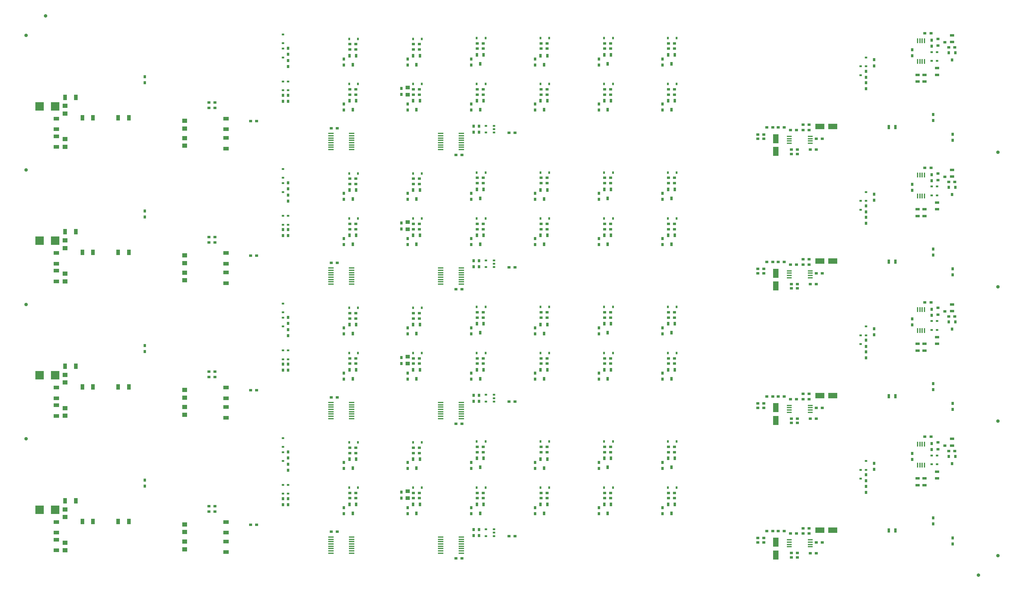
<source format=gbp>
G04 #@! TF.FileFunction,Paste,Bot*
%FSLAX46Y46*%
G04 Gerber Fmt 4.6, Leading zero omitted, Abs format (unit mm)*
G04 Created by KiCad (PCBNEW 4.0.2-stable) date 2020-06-09 10:28:47 PM*
%MOMM*%
G01*
G04 APERTURE LIST*
%ADD10C,0.200000*%
%ADD11O,1.000000X1.000000*%
%ADD12R,0.900000X0.800000*%
%ADD13R,2.600000X1.600000*%
%ADD14R,0.800000X0.900000*%
%ADD15R,0.700000X1.300000*%
%ADD16R,1.600000X2.600000*%
%ADD17R,1.450000X0.450000*%
%ADD18R,0.701040X1.000760*%
%ADD19R,0.609600X0.762000*%
%ADD20R,0.762000X0.609600*%
%ADD21R,1.300000X0.700000*%
%ADD22R,0.450000X1.450000*%
%ADD23R,1.397000X1.143000*%
%ADD24R,1.600000X1.000000*%
%ADD25R,1.500000X0.450000*%
%ADD26R,1.250000X1.000000*%
%ADD27R,0.700000X0.510000*%
%ADD28R,1.000000X1.600000*%
%ADD29R,2.397760X2.397760*%
G04 APERTURE END LIST*
D10*
D11*
X283500000Y-212500000D03*
X20000000Y-54500000D03*
D12*
X239350000Y-165250000D03*
X237650000Y-165250000D03*
X233900000Y-161250000D03*
X235600000Y-161250000D03*
D13*
X242300000Y-161750000D03*
X238700000Y-161750000D03*
D12*
X235600000Y-162750000D03*
X233900000Y-162750000D03*
D14*
X276200000Y-203650000D03*
X276200000Y-201950000D03*
X251750000Y-189100000D03*
X251750000Y-187400000D03*
X270700000Y-198050000D03*
X270700000Y-196350000D03*
D11*
X289000000Y-207000000D03*
D15*
X258150000Y-199900000D03*
X260050000Y-199900000D03*
D12*
X232350000Y-207500000D03*
X230650000Y-207500000D03*
X223650000Y-200000000D03*
X225350000Y-200000000D03*
X228600000Y-200000000D03*
X226900000Y-200000000D03*
X230400000Y-200750000D03*
X232100000Y-200750000D03*
X230650000Y-206250000D03*
X232350000Y-206250000D03*
X221150000Y-203250000D03*
X222850000Y-203250000D03*
D16*
X226250000Y-206800000D03*
X226250000Y-203200000D03*
D12*
X221150000Y-202000000D03*
X222850000Y-202000000D03*
D13*
X242300000Y-199750000D03*
X238700000Y-199750000D03*
D12*
X233900000Y-199250000D03*
X235600000Y-199250000D03*
X235950000Y-206300000D03*
X237650000Y-206300000D03*
X235600000Y-200750000D03*
X233900000Y-200750000D03*
X239350000Y-203250000D03*
X237650000Y-203250000D03*
D17*
X230050000Y-204475000D03*
X230050000Y-203825000D03*
X230050000Y-203175000D03*
X230050000Y-202525000D03*
X235950000Y-202525000D03*
X235950000Y-203175000D03*
X235950000Y-203825000D03*
X235950000Y-204475000D03*
D12*
X232350000Y-169500000D03*
X230650000Y-169500000D03*
X230650000Y-168250000D03*
X232350000Y-168250000D03*
X230400000Y-162750000D03*
X232100000Y-162750000D03*
X235950000Y-168300000D03*
X237650000Y-168300000D03*
D17*
X230050000Y-166475000D03*
X230050000Y-165825000D03*
X230050000Y-165175000D03*
X230050000Y-164525000D03*
X235950000Y-164525000D03*
X235950000Y-165175000D03*
X235950000Y-165825000D03*
X235950000Y-166475000D03*
D18*
X178750000Y-182020000D03*
X179702500Y-179480000D03*
X177797500Y-179480000D03*
D12*
X177900000Y-176250000D03*
X179600000Y-176250000D03*
X179600000Y-177750000D03*
X177900000Y-177750000D03*
D19*
X180244600Y-174750000D03*
X177755400Y-174750000D03*
D14*
X176250000Y-180650000D03*
X176250000Y-182350000D03*
D12*
X228600000Y-162000000D03*
X226900000Y-162000000D03*
D16*
X226250000Y-168800000D03*
X226250000Y-165200000D03*
D12*
X221150000Y-164000000D03*
X222850000Y-164000000D03*
X221150000Y-165250000D03*
X222850000Y-165250000D03*
X223650000Y-162000000D03*
X225350000Y-162000000D03*
D14*
X194250000Y-180650000D03*
X194250000Y-182350000D03*
D18*
X196750000Y-182020000D03*
X197702500Y-179480000D03*
X195797500Y-179480000D03*
D12*
X197600000Y-177750000D03*
X195900000Y-177750000D03*
X195900000Y-176250000D03*
X197600000Y-176250000D03*
D19*
X198244600Y-174750000D03*
X195755400Y-174750000D03*
D14*
X176250000Y-193400000D03*
X176250000Y-195100000D03*
D12*
X179600000Y-190750000D03*
X177900000Y-190750000D03*
D18*
X178750000Y-195020000D03*
X179702500Y-192480000D03*
X177797500Y-192480000D03*
D19*
X180244600Y-187750000D03*
X177755400Y-187750000D03*
D12*
X177900000Y-189250000D03*
X179600000Y-189250000D03*
D14*
X194250000Y-193400000D03*
X194250000Y-195100000D03*
D12*
X195900000Y-189250000D03*
X197600000Y-189250000D03*
D18*
X196750000Y-195020000D03*
X197702500Y-192480000D03*
X195797500Y-192480000D03*
D19*
X198244600Y-187750000D03*
X195755400Y-187750000D03*
D12*
X197600000Y-190750000D03*
X195900000Y-190750000D03*
D19*
X180244600Y-136750000D03*
X177755400Y-136750000D03*
D12*
X179600000Y-139750000D03*
X177900000Y-139750000D03*
X177900000Y-138250000D03*
X179600000Y-138250000D03*
D18*
X178750000Y-144020000D03*
X179702500Y-141480000D03*
X177797500Y-141480000D03*
D14*
X176250000Y-142650000D03*
X176250000Y-144350000D03*
D12*
X195900000Y-151250000D03*
X197600000Y-151250000D03*
X197600000Y-152750000D03*
X195900000Y-152750000D03*
D18*
X196750000Y-157020000D03*
X197702500Y-154480000D03*
X195797500Y-154480000D03*
D19*
X198244600Y-149750000D03*
X195755400Y-149750000D03*
D14*
X194250000Y-155400000D03*
X194250000Y-157100000D03*
D19*
X180244600Y-149750000D03*
X177755400Y-149750000D03*
D14*
X176250000Y-155400000D03*
X176250000Y-157100000D03*
D12*
X179600000Y-152750000D03*
X177900000Y-152750000D03*
D18*
X178750000Y-157020000D03*
X179702500Y-154480000D03*
X177797500Y-154480000D03*
D12*
X177900000Y-151250000D03*
X179600000Y-151250000D03*
D19*
X198244600Y-136750000D03*
X195755400Y-136750000D03*
D18*
X196750000Y-144020000D03*
X197702500Y-141480000D03*
X195797500Y-141480000D03*
D12*
X197600000Y-139750000D03*
X195900000Y-139750000D03*
D14*
X194250000Y-142650000D03*
X194250000Y-144350000D03*
D12*
X195900000Y-138250000D03*
X197600000Y-138250000D03*
D14*
X254000000Y-180900000D03*
X254000000Y-182600000D03*
X251750000Y-185850000D03*
X251750000Y-184150000D03*
D20*
X250200000Y-182755400D03*
X250200000Y-185244600D03*
X251750000Y-180255400D03*
X251750000Y-182744600D03*
D14*
X264750000Y-179800000D03*
X264750000Y-178100000D03*
X254000000Y-142900000D03*
X254000000Y-144600000D03*
D20*
X250200000Y-144755400D03*
X250200000Y-147244600D03*
X251750000Y-142255400D03*
X251750000Y-144744600D03*
D14*
X251750000Y-147850000D03*
X251750000Y-146150000D03*
X251750000Y-151100000D03*
X251750000Y-149400000D03*
D12*
X276750000Y-177400000D03*
X275050000Y-177400000D03*
X270050000Y-173400000D03*
X268350000Y-173400000D03*
D21*
X276000000Y-174000000D03*
X276000000Y-175900000D03*
D12*
X272000000Y-176900000D03*
X272000000Y-175000000D03*
X274000000Y-175950000D03*
D14*
X270250000Y-175350000D03*
X270250000Y-177050000D03*
X275050000Y-178950000D03*
X276950000Y-178950000D03*
X276000000Y-180950000D03*
D22*
X268225000Y-181400000D03*
X267575000Y-181400000D03*
X266925000Y-181400000D03*
X266275000Y-181400000D03*
X266275000Y-175500000D03*
X266925000Y-175500000D03*
X267575000Y-175500000D03*
X268225000Y-175500000D03*
D20*
X271750000Y-143194600D03*
X271750000Y-140705400D03*
X270250000Y-140705400D03*
X270250000Y-143194600D03*
D21*
X271750000Y-147150000D03*
X271750000Y-145250000D03*
X268200000Y-147150000D03*
X268200000Y-149050000D03*
X266300000Y-147150000D03*
X266300000Y-149050000D03*
D12*
X270050000Y-135400000D03*
X268350000Y-135400000D03*
D22*
X268225000Y-143400000D03*
X267575000Y-143400000D03*
X266925000Y-143400000D03*
X266275000Y-143400000D03*
X266275000Y-137500000D03*
X266925000Y-137500000D03*
X267575000Y-137500000D03*
X268225000Y-137500000D03*
D14*
X270250000Y-137350000D03*
X270250000Y-139050000D03*
X264750000Y-141800000D03*
X264750000Y-140100000D03*
X275050000Y-140950000D03*
X276950000Y-140950000D03*
X276000000Y-142950000D03*
D12*
X272000000Y-138900000D03*
X272000000Y-137000000D03*
X274000000Y-137950000D03*
X276750000Y-139400000D03*
X275050000Y-139400000D03*
D21*
X276000000Y-136000000D03*
X276000000Y-137900000D03*
D15*
X258150000Y-161900000D03*
X260050000Y-161900000D03*
D14*
X270700000Y-160050000D03*
X270700000Y-158350000D03*
D11*
X289000000Y-169000000D03*
D14*
X276200000Y-165650000D03*
X276200000Y-163950000D03*
D21*
X268200000Y-185150000D03*
X268200000Y-187050000D03*
D20*
X270250000Y-178705400D03*
X270250000Y-181194600D03*
D21*
X266300000Y-185150000D03*
X266300000Y-187050000D03*
X271750000Y-185150000D03*
X271750000Y-183250000D03*
D20*
X271750000Y-181194600D03*
X271750000Y-178705400D03*
D12*
X67850000Y-194500000D03*
X66150000Y-194500000D03*
D23*
X59250000Y-198170500D03*
X59250000Y-200329500D03*
D12*
X66150000Y-193000000D03*
X67850000Y-193000000D03*
D23*
X59250000Y-203020500D03*
X59250000Y-205179500D03*
D24*
X70950000Y-197500000D03*
X70950000Y-200500000D03*
X70950000Y-206000000D03*
X70950000Y-203000000D03*
D18*
X106750000Y-195020000D03*
X107702500Y-192480000D03*
X105797500Y-192480000D03*
D25*
X106450000Y-201725000D03*
X106450000Y-202375000D03*
X106450000Y-203025000D03*
X106450000Y-203675000D03*
X106450000Y-204325000D03*
X106450000Y-204975000D03*
X106450000Y-205625000D03*
X106450000Y-206275000D03*
X100550000Y-206275000D03*
X100550000Y-205625000D03*
X100550000Y-204975000D03*
X100550000Y-204325000D03*
X100550000Y-203675000D03*
X100550000Y-203025000D03*
X100550000Y-202375000D03*
X100550000Y-201725000D03*
D12*
X105900000Y-189250000D03*
X107600000Y-189250000D03*
X100650000Y-200250000D03*
X102350000Y-200250000D03*
X107600000Y-190750000D03*
X105900000Y-190750000D03*
D14*
X104250000Y-193400000D03*
X104250000Y-195100000D03*
D19*
X108244600Y-187750000D03*
X105755400Y-187750000D03*
D12*
X66150000Y-155000000D03*
X67850000Y-155000000D03*
X67850000Y-156500000D03*
X66150000Y-156500000D03*
D24*
X70950000Y-159500000D03*
X70950000Y-162500000D03*
X70950000Y-168000000D03*
X70950000Y-165000000D03*
D23*
X59250000Y-165020500D03*
X59250000Y-167179500D03*
X59250000Y-160170500D03*
X59250000Y-162329500D03*
D14*
X87000000Y-192600000D03*
X87000000Y-190900000D03*
D12*
X77900000Y-198250000D03*
X79600000Y-198250000D03*
D14*
X88500000Y-190900000D03*
X88500000Y-192600000D03*
D20*
X88500000Y-189494600D03*
X88500000Y-187005400D03*
X87000000Y-187005400D03*
X87000000Y-189494600D03*
D14*
X87000000Y-154600000D03*
X87000000Y-152900000D03*
D12*
X77900000Y-160250000D03*
X79600000Y-160250000D03*
D20*
X87000000Y-135755400D03*
X87000000Y-138244600D03*
D18*
X124750000Y-195020000D03*
X125702500Y-192480000D03*
X123797500Y-192480000D03*
D12*
X125600000Y-190750000D03*
X123900000Y-190750000D03*
D14*
X122250000Y-193400000D03*
X122250000Y-195100000D03*
D26*
X122250000Y-190750000D03*
X122250000Y-188750000D03*
D14*
X120500000Y-190700000D03*
X120500000Y-189000000D03*
X140250000Y-180650000D03*
X140250000Y-182350000D03*
D19*
X144244600Y-187750000D03*
X141755400Y-187750000D03*
D14*
X140250000Y-193400000D03*
X140250000Y-195100000D03*
D12*
X143600000Y-190750000D03*
X141900000Y-190750000D03*
D18*
X142750000Y-195020000D03*
X143702500Y-192480000D03*
X141797500Y-192480000D03*
D12*
X141900000Y-189250000D03*
X143600000Y-189250000D03*
D27*
X146660000Y-199550000D03*
X146660000Y-200500000D03*
X146660000Y-201450000D03*
X144340000Y-201450000D03*
X144340000Y-199550000D03*
D12*
X150900000Y-201500000D03*
X152600000Y-201500000D03*
D14*
X158250000Y-193400000D03*
X158250000Y-195100000D03*
D18*
X160750000Y-195020000D03*
X161702500Y-192480000D03*
X159797500Y-192480000D03*
D19*
X162244600Y-187750000D03*
X159755400Y-187750000D03*
D12*
X159900000Y-189250000D03*
X161600000Y-189250000D03*
X161600000Y-190750000D03*
X159900000Y-190750000D03*
D14*
X122250000Y-180650000D03*
X122250000Y-182350000D03*
D12*
X123900000Y-189250000D03*
X125600000Y-189250000D03*
D18*
X124750000Y-182270000D03*
X125702500Y-179730000D03*
X123797500Y-179730000D03*
D19*
X126244600Y-187750000D03*
X123755400Y-187750000D03*
D14*
X142400000Y-199650000D03*
X142400000Y-201350000D03*
D12*
X137600000Y-207750000D03*
X135900000Y-207750000D03*
D14*
X140900000Y-199650000D03*
X140900000Y-201350000D03*
D25*
X131550000Y-206275000D03*
X131550000Y-205625000D03*
X131550000Y-204975000D03*
X131550000Y-204325000D03*
X131550000Y-203675000D03*
X131550000Y-203025000D03*
X131550000Y-202375000D03*
X131550000Y-201725000D03*
X137450000Y-201725000D03*
X137450000Y-202375000D03*
X137450000Y-203025000D03*
X137450000Y-203675000D03*
X137450000Y-204325000D03*
X137450000Y-204975000D03*
X137450000Y-205625000D03*
X137450000Y-206275000D03*
D12*
X161600000Y-177750000D03*
X159900000Y-177750000D03*
D18*
X160750000Y-182270000D03*
X161702500Y-179730000D03*
X159797500Y-179730000D03*
D14*
X158250000Y-180650000D03*
X158250000Y-182350000D03*
D19*
X162244600Y-174750000D03*
X159755400Y-174750000D03*
D12*
X159900000Y-176250000D03*
X161600000Y-176250000D03*
X141900000Y-176250000D03*
X143600000Y-176250000D03*
D18*
X142750000Y-182020000D03*
X143702500Y-179480000D03*
X141797500Y-179480000D03*
D12*
X143600000Y-177750000D03*
X141900000Y-177750000D03*
D19*
X144244600Y-174750000D03*
X141755400Y-174750000D03*
D14*
X158250000Y-155400000D03*
X158250000Y-157100000D03*
D12*
X150900000Y-163500000D03*
X152600000Y-163500000D03*
D14*
X140900000Y-161650000D03*
X140900000Y-163350000D03*
X142400000Y-161650000D03*
X142400000Y-163350000D03*
D27*
X146660000Y-161550000D03*
X146660000Y-162500000D03*
X146660000Y-163450000D03*
X144340000Y-163450000D03*
X144340000Y-161550000D03*
D14*
X140250000Y-155400000D03*
X140250000Y-157100000D03*
D12*
X125600000Y-152750000D03*
X123900000Y-152750000D03*
X137600000Y-169750000D03*
X135900000Y-169750000D03*
D25*
X131550000Y-168275000D03*
X131550000Y-167625000D03*
X131550000Y-166975000D03*
X131550000Y-166325000D03*
X131550000Y-165675000D03*
X131550000Y-165025000D03*
X131550000Y-164375000D03*
X131550000Y-163725000D03*
X137450000Y-163725000D03*
X137450000Y-164375000D03*
X137450000Y-165025000D03*
X137450000Y-165675000D03*
X137450000Y-166325000D03*
X137450000Y-166975000D03*
X137450000Y-167625000D03*
X137450000Y-168275000D03*
D18*
X142750000Y-157020000D03*
X143702500Y-154480000D03*
X141797500Y-154480000D03*
D12*
X125600000Y-178000000D03*
X123900000Y-178000000D03*
D19*
X126244600Y-175000000D03*
X123755400Y-175000000D03*
D14*
X122250000Y-155400000D03*
X122250000Y-157100000D03*
D12*
X123900000Y-176500000D03*
X125600000Y-176500000D03*
D18*
X124750000Y-157020000D03*
X125702500Y-154480000D03*
X123797500Y-154480000D03*
D19*
X162244600Y-136750000D03*
X159755400Y-136750000D03*
D12*
X161600000Y-139750000D03*
X159900000Y-139750000D03*
D18*
X160750000Y-144270000D03*
X161702500Y-141730000D03*
X159797500Y-141730000D03*
D12*
X159900000Y-138250000D03*
X161600000Y-138250000D03*
X141900000Y-151250000D03*
X143600000Y-151250000D03*
D19*
X144244600Y-149750000D03*
X141755400Y-149750000D03*
D12*
X143600000Y-152750000D03*
X141900000Y-152750000D03*
D14*
X140250000Y-142650000D03*
X140250000Y-144350000D03*
D18*
X142750000Y-144020000D03*
X143702500Y-141480000D03*
X141797500Y-141480000D03*
D12*
X141900000Y-138250000D03*
X143600000Y-138250000D03*
D19*
X144244600Y-136750000D03*
X141755400Y-136750000D03*
D12*
X143600000Y-139750000D03*
X141900000Y-139750000D03*
D18*
X160750000Y-157020000D03*
X161702500Y-154480000D03*
X159797500Y-154480000D03*
D12*
X159900000Y-151250000D03*
X161600000Y-151250000D03*
X161600000Y-152750000D03*
X159900000Y-152750000D03*
D19*
X162244600Y-149750000D03*
X159755400Y-149750000D03*
D14*
X158250000Y-142650000D03*
X158250000Y-144350000D03*
D19*
X126244600Y-149750000D03*
X123755400Y-149750000D03*
D26*
X122250000Y-152750000D03*
X122250000Y-150750000D03*
D14*
X120500000Y-152700000D03*
X120500000Y-151000000D03*
D12*
X123900000Y-151250000D03*
X125600000Y-151250000D03*
D19*
X126244600Y-137000000D03*
X123755400Y-137000000D03*
D12*
X125600000Y-140000000D03*
X123900000Y-140000000D03*
D18*
X124750000Y-144270000D03*
X125702500Y-141730000D03*
X123797500Y-141730000D03*
D12*
X123900000Y-138500000D03*
X125600000Y-138500000D03*
D14*
X122250000Y-142650000D03*
X122250000Y-144350000D03*
D28*
X25500000Y-191500000D03*
X28500000Y-191500000D03*
D29*
X18300000Y-194040000D03*
X22699280Y-194040000D03*
D24*
X23000000Y-200500000D03*
X23000000Y-197500000D03*
D23*
X25500000Y-193920500D03*
X25500000Y-196079500D03*
D24*
X23000000Y-205500000D03*
X23000000Y-202500000D03*
D23*
X25500000Y-205479500D03*
X25500000Y-203320500D03*
D14*
X48000000Y-149350000D03*
X48000000Y-147650000D03*
D23*
X25500000Y-155920500D03*
X25500000Y-158079500D03*
D28*
X25500000Y-153500000D03*
X28500000Y-153500000D03*
X40500000Y-159300000D03*
X43500000Y-159300000D03*
X33400000Y-159300000D03*
X30400000Y-159300000D03*
D11*
X14500000Y-174000000D03*
X14500000Y-136000000D03*
D29*
X18300000Y-156040000D03*
X22699280Y-156040000D03*
D23*
X25500000Y-167479500D03*
X25500000Y-165320500D03*
D24*
X23000000Y-162500000D03*
X23000000Y-159500000D03*
X23000000Y-167500000D03*
X23000000Y-164500000D03*
D28*
X40500000Y-197300000D03*
X43500000Y-197300000D03*
D14*
X48000000Y-187350000D03*
X48000000Y-185650000D03*
D28*
X33400000Y-197300000D03*
X30400000Y-197300000D03*
D14*
X104250000Y-180650000D03*
X104250000Y-182350000D03*
D12*
X105900000Y-176500000D03*
X107600000Y-176500000D03*
D18*
X106750000Y-182270000D03*
X107702500Y-179730000D03*
X105797500Y-179730000D03*
D19*
X108244600Y-175000000D03*
X105755400Y-175000000D03*
D12*
X107600000Y-178000000D03*
X105900000Y-178000000D03*
D19*
X108244600Y-137000000D03*
X105755400Y-137000000D03*
D18*
X106750000Y-144270000D03*
X107702500Y-141730000D03*
X105797500Y-141730000D03*
D12*
X105900000Y-138500000D03*
X107600000Y-138500000D03*
D14*
X104250000Y-142650000D03*
X104250000Y-144350000D03*
D12*
X107600000Y-140000000D03*
X105900000Y-140000000D03*
D20*
X87000000Y-173755400D03*
X87000000Y-176244600D03*
X87000000Y-177755400D03*
X87000000Y-180244600D03*
D14*
X88500000Y-177650000D03*
X88500000Y-179350000D03*
X88500000Y-181150000D03*
X88500000Y-182850000D03*
D20*
X87000000Y-139755400D03*
X87000000Y-142244600D03*
X88500000Y-151494600D03*
X88500000Y-149005400D03*
D14*
X88500000Y-143150000D03*
X88500000Y-144850000D03*
D20*
X87000000Y-149005400D03*
X87000000Y-151494600D03*
D14*
X88500000Y-139650000D03*
X88500000Y-141350000D03*
X88500000Y-152900000D03*
X88500000Y-154600000D03*
D25*
X106450000Y-163725000D03*
X106450000Y-164375000D03*
X106450000Y-165025000D03*
X106450000Y-165675000D03*
X106450000Y-166325000D03*
X106450000Y-166975000D03*
X106450000Y-167625000D03*
X106450000Y-168275000D03*
X100550000Y-168275000D03*
X100550000Y-167625000D03*
X100550000Y-166975000D03*
X100550000Y-166325000D03*
X100550000Y-165675000D03*
X100550000Y-165025000D03*
X100550000Y-164375000D03*
X100550000Y-163725000D03*
D19*
X108244600Y-149750000D03*
X105755400Y-149750000D03*
D14*
X104250000Y-155400000D03*
X104250000Y-157100000D03*
D12*
X100650000Y-162250000D03*
X102350000Y-162250000D03*
D18*
X106750000Y-157020000D03*
X107702500Y-154480000D03*
X105797500Y-154480000D03*
D12*
X107600000Y-152750000D03*
X105900000Y-152750000D03*
X105900000Y-151250000D03*
X107600000Y-151250000D03*
D11*
X14500000Y-98000000D03*
D29*
X18300000Y-118040000D03*
X22699280Y-118040000D03*
D28*
X25500000Y-115500000D03*
X28500000Y-115500000D03*
D24*
X23000000Y-129500000D03*
X23000000Y-126500000D03*
X23000000Y-124500000D03*
X23000000Y-121500000D03*
D23*
X25500000Y-129479500D03*
X25500000Y-127320500D03*
X25500000Y-117920500D03*
X25500000Y-120079500D03*
D28*
X40500000Y-121300000D03*
X43500000Y-121300000D03*
X33400000Y-121300000D03*
X30400000Y-121300000D03*
D14*
X48000000Y-111350000D03*
X48000000Y-109650000D03*
D23*
X59250000Y-122170500D03*
X59250000Y-124329500D03*
D24*
X70950000Y-121500000D03*
X70950000Y-124500000D03*
D12*
X66150000Y-117000000D03*
X67850000Y-117000000D03*
D24*
X70950000Y-130000000D03*
X70950000Y-127000000D03*
D12*
X67850000Y-118500000D03*
X66150000Y-118500000D03*
D23*
X59250000Y-127020500D03*
X59250000Y-129179500D03*
D12*
X77900000Y-122250000D03*
X79600000Y-122250000D03*
D14*
X88500000Y-114900000D03*
X88500000Y-116600000D03*
D20*
X88500000Y-113494600D03*
X88500000Y-111005400D03*
D14*
X87000000Y-116600000D03*
X87000000Y-114900000D03*
X194250000Y-117400000D03*
X194250000Y-119100000D03*
D12*
X197600000Y-114750000D03*
X195900000Y-114750000D03*
D18*
X196750000Y-119020000D03*
X197702500Y-116480000D03*
X195797500Y-116480000D03*
D19*
X198244600Y-111750000D03*
X195755400Y-111750000D03*
D12*
X195900000Y-113250000D03*
X197600000Y-113250000D03*
D14*
X158250000Y-104650000D03*
X158250000Y-106350000D03*
D12*
X161600000Y-101750000D03*
X159900000Y-101750000D03*
X159900000Y-100250000D03*
X161600000Y-100250000D03*
D18*
X160750000Y-106270000D03*
X161702500Y-103730000D03*
X159797500Y-103730000D03*
D19*
X162244600Y-98750000D03*
X159755400Y-98750000D03*
D14*
X176250000Y-117400000D03*
X176250000Y-119100000D03*
D12*
X177900000Y-113250000D03*
X179600000Y-113250000D03*
X179600000Y-114750000D03*
X177900000Y-114750000D03*
D14*
X176250000Y-104650000D03*
X176250000Y-106350000D03*
D18*
X178750000Y-119020000D03*
X179702500Y-116480000D03*
X177797500Y-116480000D03*
X178750000Y-106020000D03*
X179702500Y-103480000D03*
X177797500Y-103480000D03*
D19*
X180244600Y-111750000D03*
X177755400Y-111750000D03*
D14*
X158250000Y-117400000D03*
X158250000Y-119100000D03*
D12*
X161600000Y-114750000D03*
X159900000Y-114750000D03*
D18*
X160750000Y-119020000D03*
X161702500Y-116480000D03*
X159797500Y-116480000D03*
D19*
X162244600Y-111750000D03*
X159755400Y-111750000D03*
D12*
X159900000Y-113250000D03*
X161600000Y-113250000D03*
D14*
X140250000Y-104650000D03*
X140250000Y-106350000D03*
D18*
X142750000Y-106020000D03*
X143702500Y-103480000D03*
X141797500Y-103480000D03*
D19*
X144244600Y-111750000D03*
X141755400Y-111750000D03*
X144244600Y-98750000D03*
X141755400Y-98750000D03*
D12*
X141900000Y-100250000D03*
X143600000Y-100250000D03*
X143600000Y-101750000D03*
X141900000Y-101750000D03*
D14*
X194250000Y-104650000D03*
X194250000Y-106350000D03*
D18*
X196750000Y-106020000D03*
X197702500Y-103480000D03*
X195797500Y-103480000D03*
D12*
X195900000Y-100250000D03*
X197600000Y-100250000D03*
X177900000Y-100250000D03*
X179600000Y-100250000D03*
X179600000Y-101750000D03*
X177900000Y-101750000D03*
D19*
X198244600Y-98750000D03*
X195755400Y-98750000D03*
D12*
X197600000Y-101750000D03*
X195900000Y-101750000D03*
D19*
X180244600Y-98750000D03*
X177755400Y-98750000D03*
D12*
X150900000Y-125500000D03*
X152600000Y-125500000D03*
D27*
X146660000Y-123550000D03*
X146660000Y-124500000D03*
X146660000Y-125450000D03*
X144340000Y-125450000D03*
X144340000Y-123550000D03*
D14*
X140900000Y-123650000D03*
X140900000Y-125350000D03*
X140250000Y-117400000D03*
X140250000Y-119100000D03*
D12*
X143600000Y-114750000D03*
X141900000Y-114750000D03*
X141900000Y-113250000D03*
X143600000Y-113250000D03*
D18*
X142750000Y-119020000D03*
X143702500Y-116480000D03*
X141797500Y-116480000D03*
D14*
X142400000Y-123650000D03*
X142400000Y-125350000D03*
D20*
X87000000Y-97755400D03*
X87000000Y-100244600D03*
D14*
X88500000Y-105150000D03*
X88500000Y-106850000D03*
X88500000Y-101650000D03*
X88500000Y-103350000D03*
D20*
X87000000Y-111005400D03*
X87000000Y-113494600D03*
X87000000Y-101755400D03*
X87000000Y-104244600D03*
D12*
X137600000Y-131750000D03*
X135900000Y-131750000D03*
D25*
X131550000Y-130275000D03*
X131550000Y-129625000D03*
X131550000Y-128975000D03*
X131550000Y-128325000D03*
X131550000Y-127675000D03*
X131550000Y-127025000D03*
X131550000Y-126375000D03*
X131550000Y-125725000D03*
X137450000Y-125725000D03*
X137450000Y-126375000D03*
X137450000Y-127025000D03*
X137450000Y-127675000D03*
X137450000Y-128325000D03*
X137450000Y-128975000D03*
X137450000Y-129625000D03*
X137450000Y-130275000D03*
D12*
X123900000Y-113250000D03*
X125600000Y-113250000D03*
D14*
X120500000Y-114700000D03*
X120500000Y-113000000D03*
D19*
X126244600Y-111750000D03*
X123755400Y-111750000D03*
D26*
X122250000Y-114750000D03*
X122250000Y-112750000D03*
D12*
X125600000Y-114750000D03*
X123900000Y-114750000D03*
D14*
X104250000Y-104650000D03*
X104250000Y-106350000D03*
D12*
X107600000Y-102000000D03*
X105900000Y-102000000D03*
X105900000Y-113250000D03*
X107600000Y-113250000D03*
X105900000Y-100500000D03*
X107600000Y-100500000D03*
X107600000Y-114750000D03*
X105900000Y-114750000D03*
D18*
X106750000Y-106270000D03*
X107702500Y-103730000D03*
X105797500Y-103730000D03*
D19*
X108244600Y-111750000D03*
X105755400Y-111750000D03*
X108244600Y-99000000D03*
X105755400Y-99000000D03*
D14*
X122250000Y-104650000D03*
X122250000Y-106350000D03*
D12*
X125600000Y-102000000D03*
X123900000Y-102000000D03*
D18*
X124750000Y-106270000D03*
X125702500Y-103730000D03*
X123797500Y-103730000D03*
D19*
X126244600Y-99000000D03*
X123755400Y-99000000D03*
D12*
X123900000Y-100500000D03*
X125600000Y-100500000D03*
D25*
X106450000Y-125725000D03*
X106450000Y-126375000D03*
X106450000Y-127025000D03*
X106450000Y-127675000D03*
X106450000Y-128325000D03*
X106450000Y-128975000D03*
X106450000Y-129625000D03*
X106450000Y-130275000D03*
X100550000Y-130275000D03*
X100550000Y-129625000D03*
X100550000Y-128975000D03*
X100550000Y-128325000D03*
X100550000Y-127675000D03*
X100550000Y-127025000D03*
X100550000Y-126375000D03*
X100550000Y-125725000D03*
D14*
X104250000Y-117400000D03*
X104250000Y-119100000D03*
D18*
X106750000Y-119020000D03*
X107702500Y-116480000D03*
X105797500Y-116480000D03*
X124750000Y-119020000D03*
X125702500Y-116480000D03*
X123797500Y-116480000D03*
D12*
X100650000Y-124250000D03*
X102350000Y-124250000D03*
D14*
X122250000Y-117400000D03*
X122250000Y-119100000D03*
X275050000Y-102950000D03*
X276950000Y-102950000D03*
X276000000Y-104950000D03*
D21*
X276000000Y-98000000D03*
X276000000Y-99900000D03*
D12*
X272000000Y-100900000D03*
X272000000Y-99000000D03*
X274000000Y-99950000D03*
D14*
X270250000Y-99350000D03*
X270250000Y-101050000D03*
D12*
X276750000Y-101400000D03*
X275050000Y-101400000D03*
X223650000Y-124000000D03*
X225350000Y-124000000D03*
X221150000Y-127250000D03*
X222850000Y-127250000D03*
X221150000Y-126000000D03*
X222850000Y-126000000D03*
D16*
X226250000Y-130800000D03*
X226250000Y-127200000D03*
D12*
X228600000Y-124000000D03*
X226900000Y-124000000D03*
D15*
X258150000Y-123900000D03*
X260050000Y-123900000D03*
D21*
X266300000Y-109150000D03*
X266300000Y-111050000D03*
X271750000Y-109150000D03*
X271750000Y-107250000D03*
X268200000Y-109150000D03*
X268200000Y-111050000D03*
D17*
X230050000Y-128475000D03*
X230050000Y-127825000D03*
X230050000Y-127175000D03*
X230050000Y-126525000D03*
X235950000Y-126525000D03*
X235950000Y-127175000D03*
X235950000Y-127825000D03*
X235950000Y-128475000D03*
D12*
X230400000Y-124750000D03*
X232100000Y-124750000D03*
X232350000Y-131500000D03*
X230650000Y-131500000D03*
X230650000Y-130250000D03*
X232350000Y-130250000D03*
X235950000Y-130300000D03*
X237650000Y-130300000D03*
X235600000Y-124750000D03*
X233900000Y-124750000D03*
D13*
X242300000Y-123750000D03*
X238700000Y-123750000D03*
D12*
X233900000Y-123250000D03*
X235600000Y-123250000D03*
X239350000Y-127250000D03*
X237650000Y-127250000D03*
D14*
X254000000Y-104900000D03*
X254000000Y-106600000D03*
X251750000Y-109850000D03*
X251750000Y-108150000D03*
D20*
X251750000Y-104255400D03*
X251750000Y-106744600D03*
X250200000Y-106755400D03*
X250200000Y-109244600D03*
D14*
X251750000Y-113100000D03*
X251750000Y-111400000D03*
D22*
X268225000Y-105400000D03*
X267575000Y-105400000D03*
X266925000Y-105400000D03*
X266275000Y-105400000D03*
X266275000Y-99500000D03*
X266925000Y-99500000D03*
X267575000Y-99500000D03*
X268225000Y-99500000D03*
D20*
X271750000Y-105194600D03*
X271750000Y-102705400D03*
D14*
X264750000Y-103800000D03*
X264750000Y-102100000D03*
D20*
X270250000Y-102705400D03*
X270250000Y-105194600D03*
D12*
X270050000Y-97400000D03*
X268350000Y-97400000D03*
D14*
X276200000Y-127650000D03*
X276200000Y-125950000D03*
D11*
X289000000Y-131000000D03*
D14*
X270700000Y-122050000D03*
X270700000Y-120350000D03*
D27*
X146660000Y-85550000D03*
X146660000Y-86500000D03*
X146660000Y-87450000D03*
X144340000Y-87450000D03*
X144340000Y-85550000D03*
D11*
X289000000Y-93000000D03*
D14*
X120500000Y-76700000D03*
X120500000Y-75000000D03*
D26*
X122250000Y-76750000D03*
X122250000Y-74750000D03*
D12*
X66150000Y-79000000D03*
X67850000Y-79000000D03*
X137600000Y-93750000D03*
X135900000Y-93750000D03*
X100650000Y-86250000D03*
X102350000Y-86250000D03*
D28*
X25500000Y-77500000D03*
X28500000Y-77500000D03*
D24*
X23000000Y-86500000D03*
X23000000Y-83500000D03*
X70950000Y-83500000D03*
X70950000Y-86500000D03*
X23000000Y-91500000D03*
X23000000Y-88500000D03*
X70950000Y-92000000D03*
X70950000Y-89000000D03*
D28*
X33400000Y-83300000D03*
X30400000Y-83300000D03*
X40500000Y-83300000D03*
X43500000Y-83300000D03*
D16*
X226250000Y-92800000D03*
X226250000Y-89200000D03*
D12*
X232350000Y-93500000D03*
X230650000Y-93500000D03*
X235950000Y-92300000D03*
X237650000Y-92300000D03*
X230400000Y-86750000D03*
X232100000Y-86750000D03*
X233900000Y-85250000D03*
X235600000Y-85250000D03*
X270050000Y-59400000D03*
X268350000Y-59400000D03*
D14*
X264750000Y-65800000D03*
X264750000Y-64100000D03*
D13*
X242300000Y-85750000D03*
X238700000Y-85750000D03*
D20*
X87000000Y-63755400D03*
X87000000Y-66244600D03*
X87000000Y-59755400D03*
X87000000Y-62244600D03*
X88500000Y-75494600D03*
X88500000Y-73005400D03*
X87000000Y-73005400D03*
X87000000Y-75494600D03*
D19*
X108244600Y-61000000D03*
X105755400Y-61000000D03*
X108244600Y-73750000D03*
X105755400Y-73750000D03*
X126244600Y-61000000D03*
X123755400Y-61000000D03*
X126244600Y-73750000D03*
X123755400Y-73750000D03*
X144244600Y-60750000D03*
X141755400Y-60750000D03*
X144244600Y-73750000D03*
X141755400Y-73750000D03*
X162244600Y-60750000D03*
X159755400Y-60750000D03*
X162244600Y-73750000D03*
X159755400Y-73750000D03*
X180244600Y-60750000D03*
X177755400Y-60750000D03*
X180244600Y-73750000D03*
X177755400Y-73750000D03*
X198244600Y-60750000D03*
X195755400Y-60750000D03*
X198244600Y-73750000D03*
X195755400Y-73750000D03*
D29*
X18300000Y-80040000D03*
X22699280Y-80040000D03*
D20*
X250200000Y-68755400D03*
X250200000Y-71244600D03*
X251750000Y-66255400D03*
X251750000Y-68744600D03*
X270250000Y-64705400D03*
X270250000Y-67194600D03*
X271750000Y-67194600D03*
X271750000Y-64705400D03*
D23*
X25500000Y-79920500D03*
X25500000Y-82079500D03*
X59250000Y-84170500D03*
X59250000Y-86329500D03*
X25500000Y-91479500D03*
X25500000Y-89320500D03*
X59250000Y-89020500D03*
X59250000Y-91179500D03*
D18*
X106750000Y-68270000D03*
X107702500Y-65730000D03*
X105797500Y-65730000D03*
X106750000Y-81020000D03*
X107702500Y-78480000D03*
X105797500Y-78480000D03*
X124750000Y-68270000D03*
X125702500Y-65730000D03*
X123797500Y-65730000D03*
X124750000Y-81020000D03*
X125702500Y-78480000D03*
X123797500Y-78480000D03*
X142750000Y-68020000D03*
X143702500Y-65480000D03*
X141797500Y-65480000D03*
X142750000Y-81020000D03*
X143702500Y-78480000D03*
X141797500Y-78480000D03*
X160750000Y-68270000D03*
X161702500Y-65730000D03*
X159797500Y-65730000D03*
X160750000Y-81020000D03*
X161702500Y-78480000D03*
X159797500Y-78480000D03*
X178750000Y-68020000D03*
X179702500Y-65480000D03*
X177797500Y-65480000D03*
X178750000Y-81020000D03*
X179702500Y-78480000D03*
X177797500Y-78480000D03*
X196750000Y-68020000D03*
X197702500Y-65480000D03*
X195797500Y-65480000D03*
X196750000Y-81020000D03*
X197702500Y-78480000D03*
X195797500Y-78480000D03*
D12*
X272000000Y-62900000D03*
X272000000Y-61000000D03*
X274000000Y-61950000D03*
D14*
X275050000Y-64950000D03*
X276950000Y-64950000D03*
X276000000Y-66950000D03*
D12*
X77900000Y-84250000D03*
X79600000Y-84250000D03*
X67850000Y-80500000D03*
X66150000Y-80500000D03*
D14*
X48000000Y-73350000D03*
X48000000Y-71650000D03*
X88500000Y-63650000D03*
X88500000Y-65350000D03*
X88500000Y-76900000D03*
X88500000Y-78600000D03*
D12*
X107600000Y-64000000D03*
X105900000Y-64000000D03*
X107600000Y-76750000D03*
X105900000Y-76750000D03*
X125600000Y-64000000D03*
X123900000Y-64000000D03*
X125600000Y-76750000D03*
X123900000Y-76750000D03*
X105900000Y-62500000D03*
X107600000Y-62500000D03*
X105900000Y-75250000D03*
X107600000Y-75250000D03*
X123900000Y-62500000D03*
X125600000Y-62500000D03*
X123900000Y-75250000D03*
X125600000Y-75250000D03*
D14*
X104250000Y-66650000D03*
X104250000Y-68350000D03*
X104250000Y-79400000D03*
X104250000Y-81100000D03*
X122250000Y-66650000D03*
X122250000Y-68350000D03*
X122250000Y-79400000D03*
X122250000Y-81100000D03*
D12*
X143600000Y-63750000D03*
X141900000Y-63750000D03*
X143600000Y-76750000D03*
X141900000Y-76750000D03*
X161600000Y-63750000D03*
X159900000Y-63750000D03*
X161600000Y-76750000D03*
X159900000Y-76750000D03*
X141900000Y-62250000D03*
X143600000Y-62250000D03*
X141900000Y-75250000D03*
X143600000Y-75250000D03*
X159900000Y-62250000D03*
X161600000Y-62250000D03*
X159900000Y-75250000D03*
X161600000Y-75250000D03*
D14*
X140250000Y-66650000D03*
X140250000Y-68350000D03*
X140250000Y-79400000D03*
X140250000Y-81100000D03*
X158250000Y-66650000D03*
X158250000Y-68350000D03*
X158250000Y-79400000D03*
X158250000Y-81100000D03*
D12*
X179600000Y-63750000D03*
X177900000Y-63750000D03*
X179600000Y-76750000D03*
X177900000Y-76750000D03*
X197600000Y-63750000D03*
X195900000Y-63750000D03*
X197600000Y-76750000D03*
X195900000Y-76750000D03*
X177900000Y-62250000D03*
X179600000Y-62250000D03*
X177900000Y-75250000D03*
X179600000Y-75250000D03*
X195900000Y-62250000D03*
X197600000Y-62250000D03*
X195900000Y-75250000D03*
X197600000Y-75250000D03*
D14*
X176250000Y-66650000D03*
X176250000Y-68350000D03*
X176250000Y-79400000D03*
X176250000Y-81100000D03*
X194250000Y-66650000D03*
X194250000Y-68350000D03*
X194250000Y-79400000D03*
X194250000Y-81100000D03*
D12*
X221150000Y-88000000D03*
X222850000Y-88000000D03*
X221150000Y-89250000D03*
X222850000Y-89250000D03*
X223650000Y-86000000D03*
X225350000Y-86000000D03*
X228600000Y-86000000D03*
X226900000Y-86000000D03*
X230650000Y-92250000D03*
X232350000Y-92250000D03*
X239350000Y-89250000D03*
X237650000Y-89250000D03*
X235600000Y-86750000D03*
X233900000Y-86750000D03*
D14*
X251750000Y-71850000D03*
X251750000Y-70150000D03*
X251750000Y-75100000D03*
X251750000Y-73400000D03*
X254000000Y-66900000D03*
X254000000Y-68600000D03*
X270700000Y-84050000D03*
X270700000Y-82350000D03*
X270250000Y-61350000D03*
X270250000Y-63050000D03*
D12*
X276750000Y-63400000D03*
X275050000Y-63400000D03*
D14*
X276200000Y-89650000D03*
X276200000Y-87950000D03*
D21*
X276000000Y-60000000D03*
X276000000Y-61900000D03*
X271750000Y-71150000D03*
X271750000Y-69250000D03*
X266300000Y-71150000D03*
X266300000Y-73050000D03*
X268200000Y-71150000D03*
X268200000Y-73050000D03*
D25*
X106450000Y-87725000D03*
X106450000Y-88375000D03*
X106450000Y-89025000D03*
X106450000Y-89675000D03*
X106450000Y-90325000D03*
X106450000Y-90975000D03*
X106450000Y-91625000D03*
X106450000Y-92275000D03*
X100550000Y-92275000D03*
X100550000Y-91625000D03*
X100550000Y-90975000D03*
X100550000Y-90325000D03*
X100550000Y-89675000D03*
X100550000Y-89025000D03*
X100550000Y-88375000D03*
X100550000Y-87725000D03*
X131550000Y-92275000D03*
X131550000Y-91625000D03*
X131550000Y-90975000D03*
X131550000Y-90325000D03*
X131550000Y-89675000D03*
X131550000Y-89025000D03*
X131550000Y-88375000D03*
X131550000Y-87725000D03*
X137450000Y-87725000D03*
X137450000Y-88375000D03*
X137450000Y-89025000D03*
X137450000Y-89675000D03*
X137450000Y-90325000D03*
X137450000Y-90975000D03*
X137450000Y-91625000D03*
X137450000Y-92275000D03*
D15*
X258150000Y-85900000D03*
X260050000Y-85900000D03*
D14*
X88500000Y-67150000D03*
X88500000Y-68850000D03*
X87000000Y-78600000D03*
X87000000Y-76900000D03*
D17*
X230050000Y-90475000D03*
X230050000Y-89825000D03*
X230050000Y-89175000D03*
X230050000Y-88525000D03*
X235950000Y-88525000D03*
X235950000Y-89175000D03*
X235950000Y-89825000D03*
X235950000Y-90475000D03*
D22*
X268225000Y-67400000D03*
X267575000Y-67400000D03*
X266925000Y-67400000D03*
X266275000Y-67400000D03*
X266275000Y-61500000D03*
X266925000Y-61500000D03*
X267575000Y-61500000D03*
X268225000Y-61500000D03*
D14*
X140900000Y-85650000D03*
X140900000Y-87350000D03*
X142400000Y-85650000D03*
X142400000Y-87350000D03*
D12*
X150900000Y-87500000D03*
X152600000Y-87500000D03*
D11*
X14500000Y-60000000D03*
M02*

</source>
